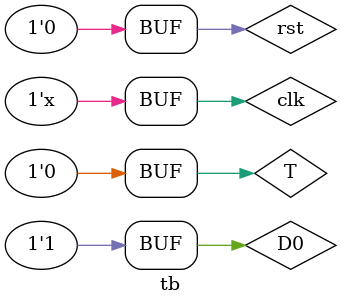
<source format=sv>
module tb;
  reg T,D0,clk,rst;
  wire Q0,Q0bar,Q1,Q1bar;
  dff df(Q0,Q0bar,D0,clk,rst);
  tff tf(Q1,Q1bar,T,clk,rst);
  always #5 clk =! clk;
  initial begin
    $dumpfile("dump.vcd"); $dumpvars;
    clk = 0;
    rst = 1;
    D0=0;T=0;
    #10;
    rst = 0;
    D0=0;T=1;
    #45;
    D0=1;T=0;
  end
endmodule
</source>
